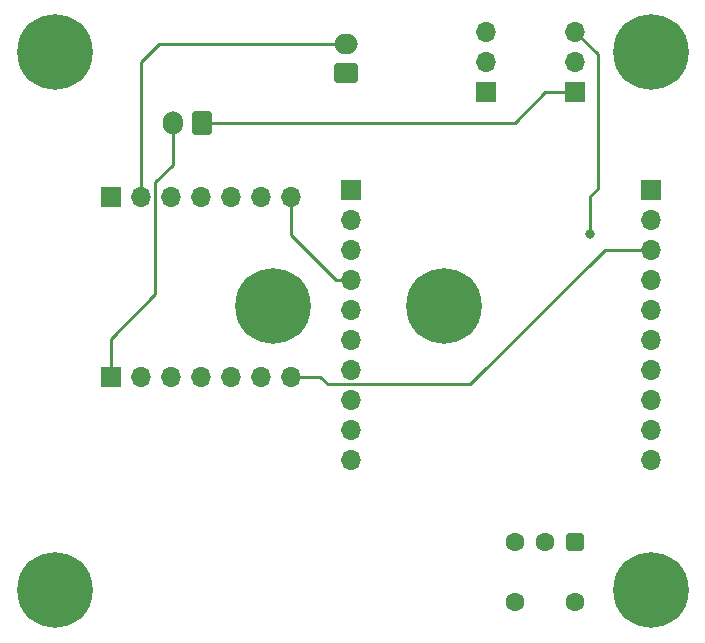
<source format=gbr>
%TF.GenerationSoftware,KiCad,Pcbnew,(6.0.8)*%
%TF.CreationDate,2022-10-07T14:48:36+09:00*%
%TF.ProjectId,Transmitter,5472616e-736d-4697-9474-65722e6b6963,rev?*%
%TF.SameCoordinates,Original*%
%TF.FileFunction,Copper,L2,Bot*%
%TF.FilePolarity,Positive*%
%FSLAX46Y46*%
G04 Gerber Fmt 4.6, Leading zero omitted, Abs format (unit mm)*
G04 Created by KiCad (PCBNEW (6.0.8)) date 2022-10-07 14:48:36*
%MOMM*%
%LPD*%
G01*
G04 APERTURE LIST*
G04 Aperture macros list*
%AMRoundRect*
0 Rectangle with rounded corners*
0 $1 Rounding radius*
0 $2 $3 $4 $5 $6 $7 $8 $9 X,Y pos of 4 corners*
0 Add a 4 corners polygon primitive as box body*
4,1,4,$2,$3,$4,$5,$6,$7,$8,$9,$2,$3,0*
0 Add four circle primitives for the rounded corners*
1,1,$1+$1,$2,$3*
1,1,$1+$1,$4,$5*
1,1,$1+$1,$6,$7*
1,1,$1+$1,$8,$9*
0 Add four rect primitives between the rounded corners*
20,1,$1+$1,$2,$3,$4,$5,0*
20,1,$1+$1,$4,$5,$6,$7,0*
20,1,$1+$1,$6,$7,$8,$9,0*
20,1,$1+$1,$8,$9,$2,$3,0*%
G04 Aperture macros list end*
%TA.AperFunction,ComponentPad*%
%ADD10R,1.700000X1.700000*%
%TD*%
%TA.AperFunction,ComponentPad*%
%ADD11O,1.700000X1.700000*%
%TD*%
%TA.AperFunction,ComponentPad*%
%ADD12RoundRect,0.250000X0.600000X0.750000X-0.600000X0.750000X-0.600000X-0.750000X0.600000X-0.750000X0*%
%TD*%
%TA.AperFunction,ComponentPad*%
%ADD13O,1.700000X2.000000*%
%TD*%
%TA.AperFunction,ComponentPad*%
%ADD14C,0.800000*%
%TD*%
%TA.AperFunction,ComponentPad*%
%ADD15C,6.400000*%
%TD*%
%TA.AperFunction,ComponentPad*%
%ADD16C,1.600000*%
%TD*%
%TA.AperFunction,ComponentPad*%
%ADD17RoundRect,0.400000X0.400000X-0.400000X0.400000X0.400000X-0.400000X0.400000X-0.400000X-0.400000X0*%
%TD*%
%TA.AperFunction,ComponentPad*%
%ADD18RoundRect,0.250000X0.750000X-0.600000X0.750000X0.600000X-0.750000X0.600000X-0.750000X-0.600000X0*%
%TD*%
%TA.AperFunction,ComponentPad*%
%ADD19O,2.000000X1.700000*%
%TD*%
%TA.AperFunction,ViaPad*%
%ADD20C,0.800000*%
%TD*%
%TA.AperFunction,Conductor*%
%ADD21C,0.250000*%
%TD*%
G04 APERTURE END LIST*
D10*
%TO.P,J4,1,Pin_1*%
%TO.N,unconnected-(J4-Pad1)*%
X171475000Y-85120000D03*
D11*
%TO.P,J4,2,Pin_2*%
%TO.N,unconnected-(J4-Pad2)*%
X171475000Y-87660000D03*
%TO.P,J4,3,Pin_3*%
%TO.N,TX*%
X171475000Y-90200000D03*
%TO.P,J4,4,Pin_4*%
%TO.N,unconnected-(J4-Pad4)*%
X171475000Y-92740000D03*
%TO.P,J4,5,Pin_5*%
%TO.N,unconnected-(J4-Pad5)*%
X171475000Y-95280000D03*
%TO.P,J4,6,Pin_6*%
%TO.N,unconnected-(J4-Pad6)*%
X171475000Y-97820000D03*
%TO.P,J4,7,Pin_7*%
%TO.N,unconnected-(J4-Pad7)*%
X171475000Y-100360000D03*
%TO.P,J4,8,Pin_8*%
%TO.N,unconnected-(J4-Pad8)*%
X171475000Y-102900000D03*
%TO.P,J4,9,Pin_9*%
%TO.N,GND*%
X171475000Y-105440000D03*
%TO.P,J4,10,Pin_10*%
%TO.N,unconnected-(J4-Pad10)*%
X171475000Y-107980000D03*
%TD*%
D10*
%TO.P,J3,1,Pin_1*%
%TO.N,unconnected-(J3-Pad1)*%
X146075000Y-85120000D03*
D11*
%TO.P,J3,2,Pin_2*%
%TO.N,unconnected-(J3-Pad2)*%
X146075000Y-87660000D03*
%TO.P,J3,3,Pin_3*%
%TO.N,unconnected-(J3-Pad3)*%
X146075000Y-90200000D03*
%TO.P,J3,4,Pin_4*%
%TO.N,RX*%
X146075000Y-92740000D03*
%TO.P,J3,5,Pin_5*%
%TO.N,unconnected-(J3-Pad5)*%
X146075000Y-95280000D03*
%TO.P,J3,6,Pin_6*%
%TO.N,unconnected-(J3-Pad6)*%
X146075000Y-97820000D03*
%TO.P,J3,7,Pin_7*%
%TO.N,unconnected-(J3-Pad7)*%
X146075000Y-100360000D03*
%TO.P,J3,8,Pin_8*%
%TO.N,unconnected-(J3-Pad8)*%
X146075000Y-102900000D03*
%TO.P,J3,9,Pin_9*%
%TO.N,+3V3*%
X146075000Y-105440000D03*
%TO.P,J3,10,Pin_10*%
%TO.N,unconnected-(J3-Pad10)*%
X146075000Y-107980000D03*
%TD*%
D10*
%TO.P,J1,1,Pin_1*%
%TO.N,ESS_IN*%
X125750000Y-100965000D03*
D11*
%TO.P,J1,2,Pin_2*%
%TO.N,unconnected-(J1-Pad2)*%
X128290000Y-100965000D03*
%TO.P,J1,3,Pin_3*%
%TO.N,unconnected-(J1-Pad3)*%
X130830000Y-100965000D03*
%TO.P,J1,4,Pin_4*%
%TO.N,unconnected-(J1-Pad4)*%
X133370000Y-100965000D03*
%TO.P,J1,5,Pin_5*%
%TO.N,unconnected-(J1-Pad5)*%
X135910000Y-100965000D03*
%TO.P,J1,6,Pin_6*%
%TO.N,unconnected-(J1-Pad6)*%
X138450000Y-100965000D03*
%TO.P,J1,7,Pin_7*%
%TO.N,TX*%
X140990000Y-100965000D03*
%TD*%
D12*
%TO.P,ESS,1*%
%TO.N,+5V*%
X133500000Y-79450000D03*
D13*
%TO.P,ESS,2*%
%TO.N,ESS_IN*%
X131000000Y-79450000D03*
%TD*%
D10*
%TO.P,J8,1,Pin_1*%
%TO.N,+5V*%
X165100000Y-76835000D03*
D11*
%TO.P,J8,2,Pin_2*%
%TO.N,GND*%
X165100000Y-74295000D03*
%TO.P,J8,3,Pin_3*%
%TO.N,VCC*%
X165100000Y-71755000D03*
%TD*%
D10*
%TO.P,J2,1,Pin_1*%
%TO.N,+5V*%
X125750000Y-85725000D03*
D11*
%TO.P,J2,2,Pin_2*%
%TO.N,GND*%
X128290000Y-85725000D03*
%TO.P,J2,3,Pin_3*%
%TO.N,+3V3*%
X130830000Y-85725000D03*
%TO.P,J2,4,Pin_4*%
%TO.N,unconnected-(J2-Pad4)*%
X133370000Y-85725000D03*
%TO.P,J2,5,Pin_5*%
%TO.N,unconnected-(J2-Pad5)*%
X135910000Y-85725000D03*
%TO.P,J2,6,Pin_6*%
%TO.N,unconnected-(J2-Pad6)*%
X138450000Y-85725000D03*
%TO.P,J2,7,Pin_7*%
%TO.N,RX*%
X140990000Y-85725000D03*
%TD*%
D14*
%TO.P,REF\u002A\u002A,1*%
%TO.N,N/C*%
X119302944Y-117302944D03*
X118600000Y-119000000D03*
D15*
X121000000Y-119000000D03*
D14*
X119302944Y-120697056D03*
X122697056Y-117302944D03*
X121000000Y-116600000D03*
X122697056Y-120697056D03*
X121000000Y-121400000D03*
X123400000Y-119000000D03*
%TD*%
%TO.P,REF\u002A\u002A,1*%
%TO.N,N/C*%
X169802944Y-117302944D03*
X171500000Y-116600000D03*
X173197056Y-120697056D03*
X171500000Y-121400000D03*
X169802944Y-120697056D03*
X169100000Y-119000000D03*
X173900000Y-119000000D03*
D15*
X171500000Y-119000000D03*
D14*
X173197056Y-117302944D03*
%TD*%
D10*
%TO.P,J7,1,Pin_1*%
%TO.N,unconnected-(J7-Pad1)*%
X157495000Y-76835000D03*
D11*
%TO.P,J7,2,Pin_2*%
%TO.N,unconnected-(J7-Pad2)*%
X157495000Y-74295000D03*
%TO.P,J7,3,Pin_3*%
%TO.N,unconnected-(J7-Pad3)*%
X157495000Y-71755000D03*
%TD*%
D16*
%TO.P,SW1,*%
%TO.N,*%
X165100000Y-119990000D03*
X160020000Y-119990000D03*
D17*
%TO.P,SW1,1,A*%
%TO.N,VCC*%
X165100000Y-114910000D03*
D16*
%TO.P,SW1,2,B*%
%TO.N,PW_IN*%
X162560000Y-114910000D03*
%TO.P,SW1,3,C*%
%TO.N,unconnected-(SW1-Pad3)*%
X160020000Y-114910000D03*
%TD*%
D15*
%TO.P,REF\u002A\u002A,1*%
%TO.N,N/C*%
X121000000Y-73500000D03*
D14*
X122697056Y-71802944D03*
X121000000Y-75900000D03*
X118600000Y-73500000D03*
X119302944Y-75197056D03*
X121000000Y-71100000D03*
X122697056Y-75197056D03*
X119302944Y-71802944D03*
X123400000Y-73500000D03*
%TD*%
%TO.P,REF\u002A\u002A,1*%
%TO.N,N/C*%
X137100000Y-95000000D03*
X137802944Y-96697056D03*
D15*
X139500000Y-95000000D03*
D14*
X141197056Y-93302944D03*
X141900000Y-95000000D03*
X139500000Y-97400000D03*
X141197056Y-96697056D03*
X139500000Y-92600000D03*
X137802944Y-93302944D03*
%TD*%
%TO.P,REF\u002A\u002A,1*%
%TO.N,N/C*%
X152302944Y-93302944D03*
X154000000Y-92600000D03*
X155697056Y-96697056D03*
X156400000Y-95000000D03*
X151600000Y-95000000D03*
X152302944Y-96697056D03*
X154000000Y-97400000D03*
X155697056Y-93302944D03*
D15*
X154000000Y-95000000D03*
%TD*%
D14*
%TO.P,REF\u002A\u002A,1*%
%TO.N,N/C*%
X173197056Y-71802944D03*
X169802944Y-75197056D03*
X169802944Y-71802944D03*
X169100000Y-73500000D03*
D15*
X171500000Y-73500000D03*
D14*
X171500000Y-71100000D03*
X173900000Y-73500000D03*
X173197056Y-75197056D03*
X171500000Y-75900000D03*
%TD*%
D18*
%TO.P,J5,1,Pin_1*%
%TO.N,PW_IN*%
X145690000Y-75250000D03*
D19*
%TO.P,J5,2,Pin_2*%
%TO.N,GND*%
X145690000Y-72750000D03*
%TD*%
D20*
%TO.N,VCC*%
X166370000Y-88900000D03*
%TD*%
D21*
%TO.N,TX*%
X144145000Y-101600000D02*
X143510000Y-100965000D01*
X143510000Y-100965000D02*
X140990000Y-100965000D01*
X156210000Y-101600000D02*
X144145000Y-101600000D01*
%TO.N,RX*%
X144810000Y-92740000D02*
X146075000Y-92740000D01*
X140990000Y-88920000D02*
X144810000Y-92740000D01*
X140990000Y-85725000D02*
X140990000Y-88920000D01*
%TO.N,ESS_IN*%
X129540000Y-93980000D02*
X125750000Y-97770000D01*
X129540000Y-84455000D02*
X129540000Y-93980000D01*
X131000000Y-82995000D02*
X129540000Y-84455000D01*
X131000000Y-79450000D02*
X131000000Y-82995000D01*
X125750000Y-97770000D02*
X125750000Y-100965000D01*
%TO.N,GND*%
X128290000Y-74275000D02*
X128290000Y-85725000D01*
%TO.N,VCC*%
X167005000Y-85041701D02*
X166370000Y-85676701D01*
X167005000Y-73660000D02*
X167005000Y-85041701D01*
X166370000Y-85676701D02*
X166370000Y-88900000D01*
X165100000Y-71755000D02*
X167005000Y-73660000D01*
%TO.N,+5V*%
X159945000Y-79450000D02*
X162560000Y-76835000D01*
X162560000Y-76835000D02*
X165100000Y-76835000D01*
X133500000Y-79450000D02*
X159945000Y-79450000D01*
%TO.N,TX*%
X167610000Y-90200000D02*
X156210000Y-101600000D01*
X171475000Y-90200000D02*
X167610000Y-90200000D01*
%TO.N,GND*%
X129815000Y-72750000D02*
X145690000Y-72750000D01*
X128290000Y-74275000D02*
X129815000Y-72750000D01*
%TD*%
M02*

</source>
